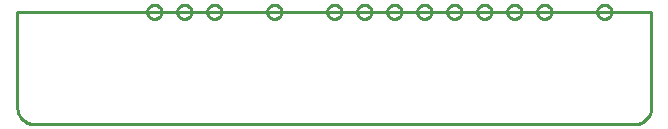
<source format=gbr>
G04 EAGLE Gerber RS-274X export*
G75*
%MOMM*%
%FSLAX34Y34*%
%LPD*%
%IN*%
%IPPOS*%
%AMOC8*
5,1,8,0,0,1.08239X$1,22.5*%
G01*
%ADD10C,0.254000*%


D10*
X-14288Y20638D02*
X-14233Y19392D01*
X-14070Y18157D01*
X-13801Y16940D01*
X-13426Y15751D01*
X-12949Y14599D01*
X-12373Y13494D01*
X-11704Y12443D01*
X-10945Y11454D01*
X-10103Y10535D01*
X-9184Y9693D01*
X-8195Y8934D01*
X-7144Y8264D01*
X-6038Y7689D01*
X-4887Y7212D01*
X-3698Y6837D01*
X-2481Y6567D01*
X-1245Y6404D01*
X0Y6350D01*
X508000Y6350D01*
X509245Y6404D01*
X510481Y6567D01*
X511698Y6837D01*
X512887Y7212D01*
X514038Y7689D01*
X515144Y8264D01*
X516195Y8934D01*
X517184Y9693D01*
X518103Y10535D01*
X518945Y11454D01*
X519704Y12443D01*
X520373Y13494D01*
X520949Y14599D01*
X521426Y15751D01*
X521801Y16940D01*
X522070Y18157D01*
X522233Y19392D01*
X522288Y20638D01*
X522288Y101600D01*
X-14288Y101600D01*
X-14288Y20638D01*
X107600Y101263D02*
X107525Y100593D01*
X107375Y99936D01*
X107152Y99300D01*
X106860Y98693D01*
X106501Y98123D01*
X106081Y97596D01*
X105604Y97119D01*
X105078Y96699D01*
X104507Y96340D01*
X103900Y96048D01*
X103264Y95825D01*
X102607Y95675D01*
X101937Y95600D01*
X101263Y95600D01*
X100593Y95675D01*
X99936Y95825D01*
X99300Y96048D01*
X98693Y96340D01*
X98123Y96699D01*
X97596Y97119D01*
X97119Y97596D01*
X96699Y98123D01*
X96340Y98693D01*
X96048Y99300D01*
X95825Y99936D01*
X95675Y100593D01*
X95600Y101263D01*
X95600Y101937D01*
X95675Y102607D01*
X95825Y103264D01*
X96048Y103900D01*
X96340Y104507D01*
X96699Y105078D01*
X97119Y105604D01*
X97596Y106081D01*
X98123Y106501D01*
X98693Y106860D01*
X99300Y107152D01*
X99936Y107375D01*
X100593Y107525D01*
X101263Y107600D01*
X101937Y107600D01*
X102607Y107525D01*
X103264Y107375D01*
X103900Y107152D01*
X104507Y106860D01*
X105078Y106501D01*
X105604Y106081D01*
X106081Y105604D01*
X106501Y105078D01*
X106860Y104507D01*
X107152Y103900D01*
X107375Y103264D01*
X107525Y102607D01*
X107600Y101937D01*
X107600Y101263D01*
X133000Y101263D02*
X132925Y100593D01*
X132775Y99936D01*
X132552Y99300D01*
X132260Y98693D01*
X131901Y98123D01*
X131481Y97596D01*
X131004Y97119D01*
X130478Y96699D01*
X129907Y96340D01*
X129300Y96048D01*
X128664Y95825D01*
X128007Y95675D01*
X127337Y95600D01*
X126663Y95600D01*
X125993Y95675D01*
X125336Y95825D01*
X124700Y96048D01*
X124093Y96340D01*
X123523Y96699D01*
X122996Y97119D01*
X122519Y97596D01*
X122099Y98123D01*
X121740Y98693D01*
X121448Y99300D01*
X121225Y99936D01*
X121075Y100593D01*
X121000Y101263D01*
X121000Y101937D01*
X121075Y102607D01*
X121225Y103264D01*
X121448Y103900D01*
X121740Y104507D01*
X122099Y105078D01*
X122519Y105604D01*
X122996Y106081D01*
X123523Y106501D01*
X124093Y106860D01*
X124700Y107152D01*
X125336Y107375D01*
X125993Y107525D01*
X126663Y107600D01*
X127337Y107600D01*
X128007Y107525D01*
X128664Y107375D01*
X129300Y107152D01*
X129907Y106860D01*
X130478Y106501D01*
X131004Y106081D01*
X131481Y105604D01*
X131901Y105078D01*
X132260Y104507D01*
X132552Y103900D01*
X132775Y103264D01*
X132925Y102607D01*
X133000Y101937D01*
X133000Y101263D01*
X158400Y101263D02*
X158325Y100593D01*
X158175Y99936D01*
X157952Y99300D01*
X157660Y98693D01*
X157301Y98123D01*
X156881Y97596D01*
X156404Y97119D01*
X155878Y96699D01*
X155307Y96340D01*
X154700Y96048D01*
X154064Y95825D01*
X153407Y95675D01*
X152737Y95600D01*
X152063Y95600D01*
X151393Y95675D01*
X150736Y95825D01*
X150100Y96048D01*
X149493Y96340D01*
X148923Y96699D01*
X148396Y97119D01*
X147919Y97596D01*
X147499Y98123D01*
X147140Y98693D01*
X146848Y99300D01*
X146625Y99936D01*
X146475Y100593D01*
X146400Y101263D01*
X146400Y101937D01*
X146475Y102607D01*
X146625Y103264D01*
X146848Y103900D01*
X147140Y104507D01*
X147499Y105078D01*
X147919Y105604D01*
X148396Y106081D01*
X148923Y106501D01*
X149493Y106860D01*
X150100Y107152D01*
X150736Y107375D01*
X151393Y107525D01*
X152063Y107600D01*
X152737Y107600D01*
X153407Y107525D01*
X154064Y107375D01*
X154700Y107152D01*
X155307Y106860D01*
X155878Y106501D01*
X156404Y106081D01*
X156881Y105604D01*
X157301Y105078D01*
X157660Y104507D01*
X157952Y103900D01*
X158175Y103264D01*
X158325Y102607D01*
X158400Y101937D01*
X158400Y101263D01*
X209200Y101263D02*
X209125Y100593D01*
X208975Y99936D01*
X208752Y99300D01*
X208460Y98693D01*
X208101Y98123D01*
X207681Y97596D01*
X207204Y97119D01*
X206678Y96699D01*
X206107Y96340D01*
X205500Y96048D01*
X204864Y95825D01*
X204207Y95675D01*
X203537Y95600D01*
X202863Y95600D01*
X202193Y95675D01*
X201536Y95825D01*
X200900Y96048D01*
X200293Y96340D01*
X199723Y96699D01*
X199196Y97119D01*
X198719Y97596D01*
X198299Y98123D01*
X197940Y98693D01*
X197648Y99300D01*
X197425Y99936D01*
X197275Y100593D01*
X197200Y101263D01*
X197200Y101937D01*
X197275Y102607D01*
X197425Y103264D01*
X197648Y103900D01*
X197940Y104507D01*
X198299Y105078D01*
X198719Y105604D01*
X199196Y106081D01*
X199723Y106501D01*
X200293Y106860D01*
X200900Y107152D01*
X201536Y107375D01*
X202193Y107525D01*
X202863Y107600D01*
X203537Y107600D01*
X204207Y107525D01*
X204864Y107375D01*
X205500Y107152D01*
X206107Y106860D01*
X206678Y106501D01*
X207204Y106081D01*
X207681Y105604D01*
X208101Y105078D01*
X208460Y104507D01*
X208752Y103900D01*
X208975Y103264D01*
X209125Y102607D01*
X209200Y101937D01*
X209200Y101263D01*
X260000Y101263D02*
X259925Y100593D01*
X259775Y99936D01*
X259552Y99300D01*
X259260Y98693D01*
X258901Y98123D01*
X258481Y97596D01*
X258004Y97119D01*
X257478Y96699D01*
X256907Y96340D01*
X256300Y96048D01*
X255664Y95825D01*
X255007Y95675D01*
X254337Y95600D01*
X253663Y95600D01*
X252993Y95675D01*
X252336Y95825D01*
X251700Y96048D01*
X251093Y96340D01*
X250523Y96699D01*
X249996Y97119D01*
X249519Y97596D01*
X249099Y98123D01*
X248740Y98693D01*
X248448Y99300D01*
X248225Y99936D01*
X248075Y100593D01*
X248000Y101263D01*
X248000Y101937D01*
X248075Y102607D01*
X248225Y103264D01*
X248448Y103900D01*
X248740Y104507D01*
X249099Y105078D01*
X249519Y105604D01*
X249996Y106081D01*
X250523Y106501D01*
X251093Y106860D01*
X251700Y107152D01*
X252336Y107375D01*
X252993Y107525D01*
X253663Y107600D01*
X254337Y107600D01*
X255007Y107525D01*
X255664Y107375D01*
X256300Y107152D01*
X256907Y106860D01*
X257478Y106501D01*
X258004Y106081D01*
X258481Y105604D01*
X258901Y105078D01*
X259260Y104507D01*
X259552Y103900D01*
X259775Y103264D01*
X259925Y102607D01*
X260000Y101937D01*
X260000Y101263D01*
X285400Y101263D02*
X285325Y100593D01*
X285175Y99936D01*
X284952Y99300D01*
X284660Y98693D01*
X284301Y98123D01*
X283881Y97596D01*
X283404Y97119D01*
X282878Y96699D01*
X282307Y96340D01*
X281700Y96048D01*
X281064Y95825D01*
X280407Y95675D01*
X279737Y95600D01*
X279063Y95600D01*
X278393Y95675D01*
X277736Y95825D01*
X277100Y96048D01*
X276493Y96340D01*
X275923Y96699D01*
X275396Y97119D01*
X274919Y97596D01*
X274499Y98123D01*
X274140Y98693D01*
X273848Y99300D01*
X273625Y99936D01*
X273475Y100593D01*
X273400Y101263D01*
X273400Y101937D01*
X273475Y102607D01*
X273625Y103264D01*
X273848Y103900D01*
X274140Y104507D01*
X274499Y105078D01*
X274919Y105604D01*
X275396Y106081D01*
X275923Y106501D01*
X276493Y106860D01*
X277100Y107152D01*
X277736Y107375D01*
X278393Y107525D01*
X279063Y107600D01*
X279737Y107600D01*
X280407Y107525D01*
X281064Y107375D01*
X281700Y107152D01*
X282307Y106860D01*
X282878Y106501D01*
X283404Y106081D01*
X283881Y105604D01*
X284301Y105078D01*
X284660Y104507D01*
X284952Y103900D01*
X285175Y103264D01*
X285325Y102607D01*
X285400Y101937D01*
X285400Y101263D01*
X310800Y101263D02*
X310725Y100593D01*
X310575Y99936D01*
X310352Y99300D01*
X310060Y98693D01*
X309701Y98123D01*
X309281Y97596D01*
X308804Y97119D01*
X308278Y96699D01*
X307707Y96340D01*
X307100Y96048D01*
X306464Y95825D01*
X305807Y95675D01*
X305137Y95600D01*
X304463Y95600D01*
X303793Y95675D01*
X303136Y95825D01*
X302500Y96048D01*
X301893Y96340D01*
X301323Y96699D01*
X300796Y97119D01*
X300319Y97596D01*
X299899Y98123D01*
X299540Y98693D01*
X299248Y99300D01*
X299025Y99936D01*
X298875Y100593D01*
X298800Y101263D01*
X298800Y101937D01*
X298875Y102607D01*
X299025Y103264D01*
X299248Y103900D01*
X299540Y104507D01*
X299899Y105078D01*
X300319Y105604D01*
X300796Y106081D01*
X301323Y106501D01*
X301893Y106860D01*
X302500Y107152D01*
X303136Y107375D01*
X303793Y107525D01*
X304463Y107600D01*
X305137Y107600D01*
X305807Y107525D01*
X306464Y107375D01*
X307100Y107152D01*
X307707Y106860D01*
X308278Y106501D01*
X308804Y106081D01*
X309281Y105604D01*
X309701Y105078D01*
X310060Y104507D01*
X310352Y103900D01*
X310575Y103264D01*
X310725Y102607D01*
X310800Y101937D01*
X310800Y101263D01*
X336200Y101263D02*
X336125Y100593D01*
X335975Y99936D01*
X335752Y99300D01*
X335460Y98693D01*
X335101Y98123D01*
X334681Y97596D01*
X334204Y97119D01*
X333678Y96699D01*
X333107Y96340D01*
X332500Y96048D01*
X331864Y95825D01*
X331207Y95675D01*
X330537Y95600D01*
X329863Y95600D01*
X329193Y95675D01*
X328536Y95825D01*
X327900Y96048D01*
X327293Y96340D01*
X326723Y96699D01*
X326196Y97119D01*
X325719Y97596D01*
X325299Y98123D01*
X324940Y98693D01*
X324648Y99300D01*
X324425Y99936D01*
X324275Y100593D01*
X324200Y101263D01*
X324200Y101937D01*
X324275Y102607D01*
X324425Y103264D01*
X324648Y103900D01*
X324940Y104507D01*
X325299Y105078D01*
X325719Y105604D01*
X326196Y106081D01*
X326723Y106501D01*
X327293Y106860D01*
X327900Y107152D01*
X328536Y107375D01*
X329193Y107525D01*
X329863Y107600D01*
X330537Y107600D01*
X331207Y107525D01*
X331864Y107375D01*
X332500Y107152D01*
X333107Y106860D01*
X333678Y106501D01*
X334204Y106081D01*
X334681Y105604D01*
X335101Y105078D01*
X335460Y104507D01*
X335752Y103900D01*
X335975Y103264D01*
X336125Y102607D01*
X336200Y101937D01*
X336200Y101263D01*
X361600Y101263D02*
X361525Y100593D01*
X361375Y99936D01*
X361152Y99300D01*
X360860Y98693D01*
X360501Y98123D01*
X360081Y97596D01*
X359604Y97119D01*
X359078Y96699D01*
X358507Y96340D01*
X357900Y96048D01*
X357264Y95825D01*
X356607Y95675D01*
X355937Y95600D01*
X355263Y95600D01*
X354593Y95675D01*
X353936Y95825D01*
X353300Y96048D01*
X352693Y96340D01*
X352123Y96699D01*
X351596Y97119D01*
X351119Y97596D01*
X350699Y98123D01*
X350340Y98693D01*
X350048Y99300D01*
X349825Y99936D01*
X349675Y100593D01*
X349600Y101263D01*
X349600Y101937D01*
X349675Y102607D01*
X349825Y103264D01*
X350048Y103900D01*
X350340Y104507D01*
X350699Y105078D01*
X351119Y105604D01*
X351596Y106081D01*
X352123Y106501D01*
X352693Y106860D01*
X353300Y107152D01*
X353936Y107375D01*
X354593Y107525D01*
X355263Y107600D01*
X355937Y107600D01*
X356607Y107525D01*
X357264Y107375D01*
X357900Y107152D01*
X358507Y106860D01*
X359078Y106501D01*
X359604Y106081D01*
X360081Y105604D01*
X360501Y105078D01*
X360860Y104507D01*
X361152Y103900D01*
X361375Y103264D01*
X361525Y102607D01*
X361600Y101937D01*
X361600Y101263D01*
X387000Y101263D02*
X386925Y100593D01*
X386775Y99936D01*
X386552Y99300D01*
X386260Y98693D01*
X385901Y98123D01*
X385481Y97596D01*
X385004Y97119D01*
X384478Y96699D01*
X383907Y96340D01*
X383300Y96048D01*
X382664Y95825D01*
X382007Y95675D01*
X381337Y95600D01*
X380663Y95600D01*
X379993Y95675D01*
X379336Y95825D01*
X378700Y96048D01*
X378093Y96340D01*
X377523Y96699D01*
X376996Y97119D01*
X376519Y97596D01*
X376099Y98123D01*
X375740Y98693D01*
X375448Y99300D01*
X375225Y99936D01*
X375075Y100593D01*
X375000Y101263D01*
X375000Y101937D01*
X375075Y102607D01*
X375225Y103264D01*
X375448Y103900D01*
X375740Y104507D01*
X376099Y105078D01*
X376519Y105604D01*
X376996Y106081D01*
X377523Y106501D01*
X378093Y106860D01*
X378700Y107152D01*
X379336Y107375D01*
X379993Y107525D01*
X380663Y107600D01*
X381337Y107600D01*
X382007Y107525D01*
X382664Y107375D01*
X383300Y107152D01*
X383907Y106860D01*
X384478Y106501D01*
X385004Y106081D01*
X385481Y105604D01*
X385901Y105078D01*
X386260Y104507D01*
X386552Y103900D01*
X386775Y103264D01*
X386925Y102607D01*
X387000Y101937D01*
X387000Y101263D01*
X412400Y101263D02*
X412325Y100593D01*
X412175Y99936D01*
X411952Y99300D01*
X411660Y98693D01*
X411301Y98123D01*
X410881Y97596D01*
X410404Y97119D01*
X409878Y96699D01*
X409307Y96340D01*
X408700Y96048D01*
X408064Y95825D01*
X407407Y95675D01*
X406737Y95600D01*
X406063Y95600D01*
X405393Y95675D01*
X404736Y95825D01*
X404100Y96048D01*
X403493Y96340D01*
X402923Y96699D01*
X402396Y97119D01*
X401919Y97596D01*
X401499Y98123D01*
X401140Y98693D01*
X400848Y99300D01*
X400625Y99936D01*
X400475Y100593D01*
X400400Y101263D01*
X400400Y101937D01*
X400475Y102607D01*
X400625Y103264D01*
X400848Y103900D01*
X401140Y104507D01*
X401499Y105078D01*
X401919Y105604D01*
X402396Y106081D01*
X402923Y106501D01*
X403493Y106860D01*
X404100Y107152D01*
X404736Y107375D01*
X405393Y107525D01*
X406063Y107600D01*
X406737Y107600D01*
X407407Y107525D01*
X408064Y107375D01*
X408700Y107152D01*
X409307Y106860D01*
X409878Y106501D01*
X410404Y106081D01*
X410881Y105604D01*
X411301Y105078D01*
X411660Y104507D01*
X411952Y103900D01*
X412175Y103264D01*
X412325Y102607D01*
X412400Y101937D01*
X412400Y101263D01*
X437800Y101263D02*
X437725Y100593D01*
X437575Y99936D01*
X437352Y99300D01*
X437060Y98693D01*
X436701Y98123D01*
X436281Y97596D01*
X435804Y97119D01*
X435278Y96699D01*
X434707Y96340D01*
X434100Y96048D01*
X433464Y95825D01*
X432807Y95675D01*
X432137Y95600D01*
X431463Y95600D01*
X430793Y95675D01*
X430136Y95825D01*
X429500Y96048D01*
X428893Y96340D01*
X428323Y96699D01*
X427796Y97119D01*
X427319Y97596D01*
X426899Y98123D01*
X426540Y98693D01*
X426248Y99300D01*
X426025Y99936D01*
X425875Y100593D01*
X425800Y101263D01*
X425800Y101937D01*
X425875Y102607D01*
X426025Y103264D01*
X426248Y103900D01*
X426540Y104507D01*
X426899Y105078D01*
X427319Y105604D01*
X427796Y106081D01*
X428323Y106501D01*
X428893Y106860D01*
X429500Y107152D01*
X430136Y107375D01*
X430793Y107525D01*
X431463Y107600D01*
X432137Y107600D01*
X432807Y107525D01*
X433464Y107375D01*
X434100Y107152D01*
X434707Y106860D01*
X435278Y106501D01*
X435804Y106081D01*
X436281Y105604D01*
X436701Y105078D01*
X437060Y104507D01*
X437352Y103900D01*
X437575Y103264D01*
X437725Y102607D01*
X437800Y101937D01*
X437800Y101263D01*
X488600Y101263D02*
X488525Y100593D01*
X488375Y99936D01*
X488152Y99300D01*
X487860Y98693D01*
X487501Y98123D01*
X487081Y97596D01*
X486604Y97119D01*
X486078Y96699D01*
X485507Y96340D01*
X484900Y96048D01*
X484264Y95825D01*
X483607Y95675D01*
X482937Y95600D01*
X482263Y95600D01*
X481593Y95675D01*
X480936Y95825D01*
X480300Y96048D01*
X479693Y96340D01*
X479123Y96699D01*
X478596Y97119D01*
X478119Y97596D01*
X477699Y98123D01*
X477340Y98693D01*
X477048Y99300D01*
X476825Y99936D01*
X476675Y100593D01*
X476600Y101263D01*
X476600Y101937D01*
X476675Y102607D01*
X476825Y103264D01*
X477048Y103900D01*
X477340Y104507D01*
X477699Y105078D01*
X478119Y105604D01*
X478596Y106081D01*
X479123Y106501D01*
X479693Y106860D01*
X480300Y107152D01*
X480936Y107375D01*
X481593Y107525D01*
X482263Y107600D01*
X482937Y107600D01*
X483607Y107525D01*
X484264Y107375D01*
X484900Y107152D01*
X485507Y106860D01*
X486078Y106501D01*
X486604Y106081D01*
X487081Y105604D01*
X487501Y105078D01*
X487860Y104507D01*
X488152Y103900D01*
X488375Y103264D01*
X488525Y102607D01*
X488600Y101937D01*
X488600Y101263D01*
M02*

</source>
